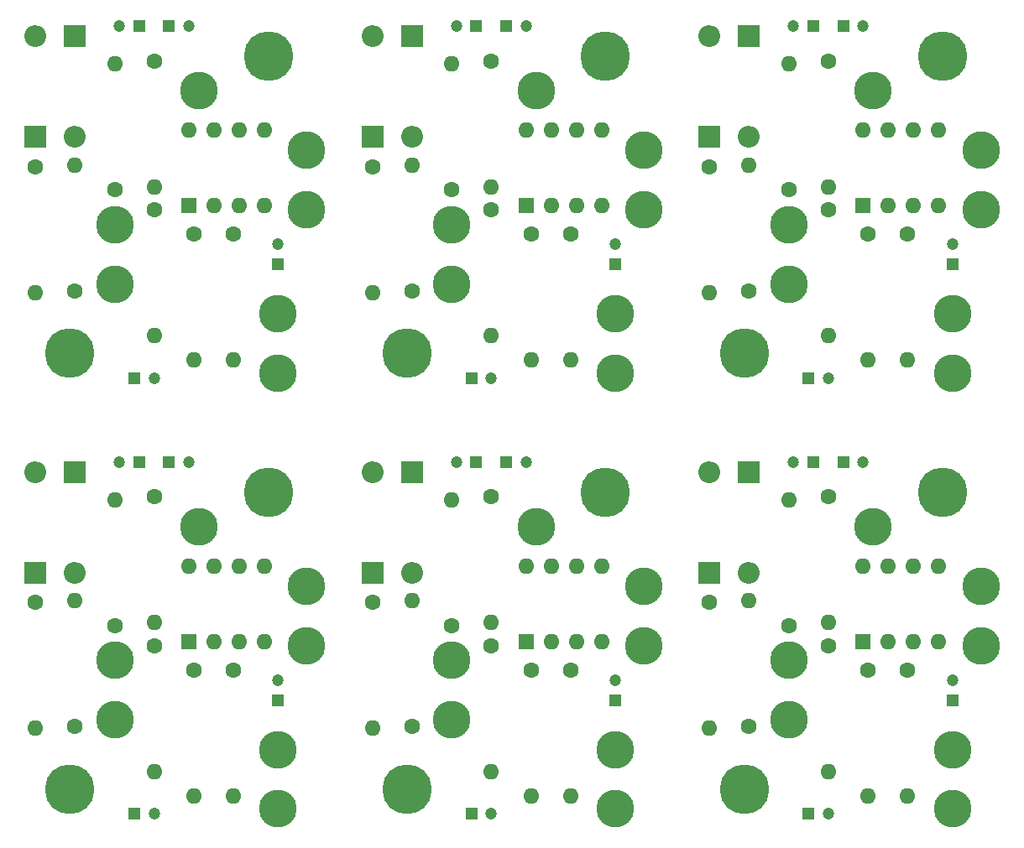
<source format=gbr>
%TF.GenerationSoftware,KiCad,Pcbnew,8.0.1*%
%TF.CreationDate,2024-05-08T16:13:40-04:00*%
%TF.ProjectId,whistle-synth,77686973-746c-4652-9d73-796e74682e6b,rev?*%
%TF.SameCoordinates,Original*%
%TF.FileFunction,Soldermask,Bot*%
%TF.FilePolarity,Negative*%
%FSLAX46Y46*%
G04 Gerber Fmt 4.6, Leading zero omitted, Abs format (unit mm)*
G04 Created by KiCad (PCBNEW 8.0.1) date 2024-05-08 16:13:40*
%MOMM*%
%LPD*%
G01*
G04 APERTURE LIST*
%ADD10C,3.800000*%
%ADD11C,2.600000*%
%ADD12C,1.200000*%
%ADD13R,1.200000X1.200000*%
%ADD14O,1.600000X1.600000*%
%ADD15C,1.600000*%
%ADD16O,2.200000X2.200000*%
%ADD17R,2.200000X2.200000*%
%ADD18C,5.000000*%
%ADD19R,1.600000X1.600000*%
G04 APERTURE END LIST*
D10*
%TO.C,H4*%
X228000000Y-68500000D03*
D11*
X228000000Y-68500000D03*
%TD*%
D12*
%TO.C,C2*%
X244500000Y-70500000D03*
D13*
X244500000Y-72500000D03*
%TD*%
D10*
%TO.C,H2*%
X244500000Y-77500000D03*
D11*
X244500000Y-77500000D03*
%TD*%
D14*
%TO.C,R3*%
X232000000Y-79700000D03*
D15*
X232000000Y-67000000D03*
%TD*%
D16*
%TO.C,D1*%
X224000000Y-59660000D03*
D17*
X224000000Y-49500000D03*
%TD*%
D12*
%TO.C,C3*%
X235500000Y-48500000D03*
D13*
X233500000Y-48500000D03*
%TD*%
D16*
%TO.C,D2*%
X220000000Y-49500000D03*
D17*
X220000000Y-59660000D03*
%TD*%
D18*
%TO.C,REF\u002A\u002A*%
X223500000Y-81500000D03*
%TD*%
%TO.C,REF\u002A\u002A*%
X243500000Y-51500000D03*
%TD*%
D14*
%TO.C,R1*%
X236000000Y-82200000D03*
D15*
X236000000Y-69500000D03*
%TD*%
D10*
%TO.C,H1*%
X244500000Y-83500000D03*
D11*
X244500000Y-83500000D03*
%TD*%
D12*
%TO.C,C4*%
X228472600Y-48500000D03*
D13*
X230472600Y-48500000D03*
%TD*%
D10*
%TO.C,H3*%
X247380000Y-67000000D03*
D11*
X247380000Y-67000000D03*
%TD*%
D10*
%TO.C,H5*%
X247380000Y-61000000D03*
D11*
X247380000Y-61000000D03*
%TD*%
D14*
%TO.C,R2*%
X240000000Y-82200000D03*
D15*
X240000000Y-69500000D03*
%TD*%
D10*
%TO.C,H7*%
X228000000Y-74500000D03*
D11*
X228000000Y-74500000D03*
%TD*%
D14*
%TO.C,U1*%
X235500000Y-59000000D03*
X238040000Y-59000000D03*
X240580000Y-59000000D03*
X243120000Y-59000000D03*
X243120000Y-66620000D03*
X240580000Y-66620000D03*
X238040000Y-66620000D03*
D19*
X235500000Y-66620000D03*
%TD*%
D10*
%TO.C,H6*%
X236500000Y-55000000D03*
D11*
X236500000Y-55000000D03*
%TD*%
D14*
%TO.C,R5*%
X224000000Y-62500000D03*
D15*
X224000000Y-75200000D03*
%TD*%
D14*
%TO.C,R4*%
X232000000Y-64700000D03*
D15*
X232000000Y-52000000D03*
%TD*%
D14*
%TO.C,R7*%
X228000000Y-52300000D03*
D15*
X228000000Y-65000000D03*
%TD*%
D12*
%TO.C,C1*%
X232000000Y-84000000D03*
D13*
X230000000Y-84000000D03*
%TD*%
D14*
%TO.C,R6*%
X220000000Y-75350000D03*
D15*
X220000000Y-62650000D03*
%TD*%
D11*
%TO.C,H4*%
X194000000Y-68500000D03*
D10*
X194000000Y-68500000D03*
%TD*%
D13*
%TO.C,C2*%
X210500000Y-72500000D03*
D12*
X210500000Y-70500000D03*
%TD*%
D11*
%TO.C,H2*%
X210500000Y-77500000D03*
D10*
X210500000Y-77500000D03*
%TD*%
D15*
%TO.C,R3*%
X198000000Y-67000000D03*
D14*
X198000000Y-79700000D03*
%TD*%
D17*
%TO.C,D1*%
X190000000Y-49500000D03*
D16*
X190000000Y-59660000D03*
%TD*%
D13*
%TO.C,C3*%
X199500000Y-48500000D03*
D12*
X201500000Y-48500000D03*
%TD*%
D17*
%TO.C,D2*%
X186000000Y-59660000D03*
D16*
X186000000Y-49500000D03*
%TD*%
D18*
%TO.C,REF\u002A\u002A*%
X189500000Y-81500000D03*
%TD*%
%TO.C,REF\u002A\u002A*%
X209500000Y-51500000D03*
%TD*%
D15*
%TO.C,R1*%
X202000000Y-69500000D03*
D14*
X202000000Y-82200000D03*
%TD*%
D11*
%TO.C,H1*%
X210500000Y-83500000D03*
D10*
X210500000Y-83500000D03*
%TD*%
D13*
%TO.C,C4*%
X196472600Y-48500000D03*
D12*
X194472600Y-48500000D03*
%TD*%
D11*
%TO.C,H3*%
X213380000Y-67000000D03*
D10*
X213380000Y-67000000D03*
%TD*%
D11*
%TO.C,H5*%
X213380000Y-61000000D03*
D10*
X213380000Y-61000000D03*
%TD*%
D15*
%TO.C,R2*%
X206000000Y-69500000D03*
D14*
X206000000Y-82200000D03*
%TD*%
D11*
%TO.C,H7*%
X194000000Y-74500000D03*
D10*
X194000000Y-74500000D03*
%TD*%
D19*
%TO.C,U1*%
X201500000Y-66620000D03*
D14*
X204040000Y-66620000D03*
X206580000Y-66620000D03*
X209120000Y-66620000D03*
X209120000Y-59000000D03*
X206580000Y-59000000D03*
X204040000Y-59000000D03*
X201500000Y-59000000D03*
%TD*%
D11*
%TO.C,H6*%
X202500000Y-55000000D03*
D10*
X202500000Y-55000000D03*
%TD*%
D15*
%TO.C,R5*%
X190000000Y-75200000D03*
D14*
X190000000Y-62500000D03*
%TD*%
D15*
%TO.C,R4*%
X198000000Y-52000000D03*
D14*
X198000000Y-64700000D03*
%TD*%
D15*
%TO.C,R7*%
X194000000Y-65000000D03*
D14*
X194000000Y-52300000D03*
%TD*%
D13*
%TO.C,C1*%
X196000000Y-84000000D03*
D12*
X198000000Y-84000000D03*
%TD*%
D15*
%TO.C,R6*%
X186000000Y-62650000D03*
D14*
X186000000Y-75350000D03*
%TD*%
D11*
%TO.C,H4*%
X160000000Y-68500000D03*
D10*
X160000000Y-68500000D03*
%TD*%
D13*
%TO.C,C2*%
X176500000Y-72500000D03*
D12*
X176500000Y-70500000D03*
%TD*%
D11*
%TO.C,H2*%
X176500000Y-77500000D03*
D10*
X176500000Y-77500000D03*
%TD*%
D15*
%TO.C,R3*%
X164000000Y-67000000D03*
D14*
X164000000Y-79700000D03*
%TD*%
D17*
%TO.C,D1*%
X156000000Y-49500000D03*
D16*
X156000000Y-59660000D03*
%TD*%
D13*
%TO.C,C3*%
X165500000Y-48500000D03*
D12*
X167500000Y-48500000D03*
%TD*%
D17*
%TO.C,D2*%
X152000000Y-59660000D03*
D16*
X152000000Y-49500000D03*
%TD*%
D18*
%TO.C,REF\u002A\u002A*%
X155500000Y-81500000D03*
%TD*%
%TO.C,REF\u002A\u002A*%
X175500000Y-51500000D03*
%TD*%
D15*
%TO.C,R1*%
X168000000Y-69500000D03*
D14*
X168000000Y-82200000D03*
%TD*%
D11*
%TO.C,H1*%
X176500000Y-83500000D03*
D10*
X176500000Y-83500000D03*
%TD*%
D13*
%TO.C,C4*%
X162472600Y-48500000D03*
D12*
X160472600Y-48500000D03*
%TD*%
D11*
%TO.C,H3*%
X179380000Y-67000000D03*
D10*
X179380000Y-67000000D03*
%TD*%
D11*
%TO.C,H5*%
X179380000Y-61000000D03*
D10*
X179380000Y-61000000D03*
%TD*%
D15*
%TO.C,R2*%
X172000000Y-69500000D03*
D14*
X172000000Y-82200000D03*
%TD*%
D11*
%TO.C,H7*%
X160000000Y-74500000D03*
D10*
X160000000Y-74500000D03*
%TD*%
D19*
%TO.C,U1*%
X167500000Y-66620000D03*
D14*
X170040000Y-66620000D03*
X172580000Y-66620000D03*
X175120000Y-66620000D03*
X175120000Y-59000000D03*
X172580000Y-59000000D03*
X170040000Y-59000000D03*
X167500000Y-59000000D03*
%TD*%
D11*
%TO.C,H6*%
X168500000Y-55000000D03*
D10*
X168500000Y-55000000D03*
%TD*%
D15*
%TO.C,R5*%
X156000000Y-75200000D03*
D14*
X156000000Y-62500000D03*
%TD*%
D15*
%TO.C,R4*%
X164000000Y-52000000D03*
D14*
X164000000Y-64700000D03*
%TD*%
D15*
%TO.C,R7*%
X160000000Y-65000000D03*
D14*
X160000000Y-52300000D03*
%TD*%
D13*
%TO.C,C1*%
X162000000Y-84000000D03*
D12*
X164000000Y-84000000D03*
%TD*%
D15*
%TO.C,R6*%
X152000000Y-62650000D03*
D14*
X152000000Y-75350000D03*
%TD*%
D11*
%TO.C,H4*%
X228000000Y-112500000D03*
D10*
X228000000Y-112500000D03*
%TD*%
D13*
%TO.C,C2*%
X244500000Y-116500000D03*
D12*
X244500000Y-114500000D03*
%TD*%
D11*
%TO.C,H2*%
X244500000Y-121500000D03*
D10*
X244500000Y-121500000D03*
%TD*%
D15*
%TO.C,R3*%
X232000000Y-111000000D03*
D14*
X232000000Y-123700000D03*
%TD*%
D17*
%TO.C,D1*%
X224000000Y-93500000D03*
D16*
X224000000Y-103660000D03*
%TD*%
D13*
%TO.C,C3*%
X233500000Y-92500000D03*
D12*
X235500000Y-92500000D03*
%TD*%
D17*
%TO.C,D2*%
X220000000Y-103660000D03*
D16*
X220000000Y-93500000D03*
%TD*%
D18*
%TO.C,REF\u002A\u002A*%
X223500000Y-125500000D03*
%TD*%
%TO.C,REF\u002A\u002A*%
X243500000Y-95500000D03*
%TD*%
D15*
%TO.C,R1*%
X236000000Y-113500000D03*
D14*
X236000000Y-126200000D03*
%TD*%
D11*
%TO.C,H1*%
X244500000Y-127500000D03*
D10*
X244500000Y-127500000D03*
%TD*%
D13*
%TO.C,C4*%
X230472600Y-92500000D03*
D12*
X228472600Y-92500000D03*
%TD*%
D11*
%TO.C,H3*%
X247380000Y-111000000D03*
D10*
X247380000Y-111000000D03*
%TD*%
D11*
%TO.C,H5*%
X247380000Y-105000000D03*
D10*
X247380000Y-105000000D03*
%TD*%
D15*
%TO.C,R2*%
X240000000Y-113500000D03*
D14*
X240000000Y-126200000D03*
%TD*%
D11*
%TO.C,H7*%
X228000000Y-118500000D03*
D10*
X228000000Y-118500000D03*
%TD*%
D19*
%TO.C,U1*%
X235500000Y-110620000D03*
D14*
X238040000Y-110620000D03*
X240580000Y-110620000D03*
X243120000Y-110620000D03*
X243120000Y-103000000D03*
X240580000Y-103000000D03*
X238040000Y-103000000D03*
X235500000Y-103000000D03*
%TD*%
D11*
%TO.C,H6*%
X236500000Y-99000000D03*
D10*
X236500000Y-99000000D03*
%TD*%
D15*
%TO.C,R5*%
X224000000Y-119200000D03*
D14*
X224000000Y-106500000D03*
%TD*%
D15*
%TO.C,R4*%
X232000000Y-96000000D03*
D14*
X232000000Y-108700000D03*
%TD*%
D15*
%TO.C,R7*%
X228000000Y-109000000D03*
D14*
X228000000Y-96300000D03*
%TD*%
D13*
%TO.C,C1*%
X230000000Y-128000000D03*
D12*
X232000000Y-128000000D03*
%TD*%
D15*
%TO.C,R6*%
X220000000Y-106650000D03*
D14*
X220000000Y-119350000D03*
%TD*%
D11*
%TO.C,H4*%
X194000000Y-112500000D03*
D10*
X194000000Y-112500000D03*
%TD*%
D13*
%TO.C,C2*%
X210500000Y-116500000D03*
D12*
X210500000Y-114500000D03*
%TD*%
D11*
%TO.C,H2*%
X210500000Y-121500000D03*
D10*
X210500000Y-121500000D03*
%TD*%
D15*
%TO.C,R3*%
X198000000Y-111000000D03*
D14*
X198000000Y-123700000D03*
%TD*%
D17*
%TO.C,D1*%
X190000000Y-93500000D03*
D16*
X190000000Y-103660000D03*
%TD*%
D13*
%TO.C,C3*%
X199500000Y-92500000D03*
D12*
X201500000Y-92500000D03*
%TD*%
D17*
%TO.C,D2*%
X186000000Y-103660000D03*
D16*
X186000000Y-93500000D03*
%TD*%
D18*
%TO.C,REF\u002A\u002A*%
X189500000Y-125500000D03*
%TD*%
%TO.C,REF\u002A\u002A*%
X209500000Y-95500000D03*
%TD*%
D15*
%TO.C,R1*%
X202000000Y-113500000D03*
D14*
X202000000Y-126200000D03*
%TD*%
D11*
%TO.C,H1*%
X210500000Y-127500000D03*
D10*
X210500000Y-127500000D03*
%TD*%
D13*
%TO.C,C4*%
X196472600Y-92500000D03*
D12*
X194472600Y-92500000D03*
%TD*%
D11*
%TO.C,H3*%
X213380000Y-111000000D03*
D10*
X213380000Y-111000000D03*
%TD*%
D11*
%TO.C,H5*%
X213380000Y-105000000D03*
D10*
X213380000Y-105000000D03*
%TD*%
D15*
%TO.C,R2*%
X206000000Y-113500000D03*
D14*
X206000000Y-126200000D03*
%TD*%
D11*
%TO.C,H7*%
X194000000Y-118500000D03*
D10*
X194000000Y-118500000D03*
%TD*%
D19*
%TO.C,U1*%
X201500000Y-110620000D03*
D14*
X204040000Y-110620000D03*
X206580000Y-110620000D03*
X209120000Y-110620000D03*
X209120000Y-103000000D03*
X206580000Y-103000000D03*
X204040000Y-103000000D03*
X201500000Y-103000000D03*
%TD*%
D11*
%TO.C,H6*%
X202500000Y-99000000D03*
D10*
X202500000Y-99000000D03*
%TD*%
D15*
%TO.C,R5*%
X190000000Y-119200000D03*
D14*
X190000000Y-106500000D03*
%TD*%
D15*
%TO.C,R4*%
X198000000Y-96000000D03*
D14*
X198000000Y-108700000D03*
%TD*%
D15*
%TO.C,R7*%
X194000000Y-109000000D03*
D14*
X194000000Y-96300000D03*
%TD*%
D13*
%TO.C,C1*%
X196000000Y-128000000D03*
D12*
X198000000Y-128000000D03*
%TD*%
D15*
%TO.C,R6*%
X186000000Y-106650000D03*
D14*
X186000000Y-119350000D03*
%TD*%
D18*
%TO.C,REF\u002A\u002A*%
X155500000Y-125500000D03*
%TD*%
%TO.C,REF\u002A\u002A*%
X175500000Y-95500000D03*
%TD*%
D19*
%TO.C,U1*%
X167500000Y-110620000D03*
D14*
X170040000Y-110620000D03*
X172580000Y-110620000D03*
X175120000Y-110620000D03*
X175120000Y-103000000D03*
X172580000Y-103000000D03*
X170040000Y-103000000D03*
X167500000Y-103000000D03*
%TD*%
D15*
%TO.C,R7*%
X160000000Y-109000000D03*
D14*
X160000000Y-96300000D03*
%TD*%
D15*
%TO.C,R6*%
X152000000Y-106650000D03*
D14*
X152000000Y-119350000D03*
%TD*%
%TO.C,R5*%
X156000000Y-106500000D03*
D15*
X156000000Y-119200000D03*
%TD*%
%TO.C,R4*%
X164000000Y-96000000D03*
D14*
X164000000Y-108700000D03*
%TD*%
D15*
%TO.C,R3*%
X164000000Y-111000000D03*
D14*
X164000000Y-123700000D03*
%TD*%
%TO.C,R2*%
X172000000Y-126200000D03*
D15*
X172000000Y-113500000D03*
%TD*%
D14*
%TO.C,R1*%
X168000000Y-126200000D03*
D15*
X168000000Y-113500000D03*
%TD*%
D11*
%TO.C,H7*%
X160000000Y-118500000D03*
D10*
X160000000Y-118500000D03*
%TD*%
D11*
%TO.C,H6*%
X168500000Y-99000000D03*
D10*
X168500000Y-99000000D03*
%TD*%
D11*
%TO.C,H5*%
X179380000Y-105000000D03*
D10*
X179380000Y-105000000D03*
%TD*%
D11*
%TO.C,H4*%
X160000000Y-112500000D03*
D10*
X160000000Y-112500000D03*
%TD*%
D11*
%TO.C,H3*%
X179380000Y-111000000D03*
D10*
X179380000Y-111000000D03*
%TD*%
D11*
%TO.C,H2*%
X176500000Y-121500000D03*
D10*
X176500000Y-121500000D03*
%TD*%
D11*
%TO.C,H1*%
X176500000Y-127500000D03*
D10*
X176500000Y-127500000D03*
%TD*%
D17*
%TO.C,D2*%
X152000000Y-103660000D03*
D16*
X152000000Y-93500000D03*
%TD*%
D17*
%TO.C,D1*%
X156000000Y-93500000D03*
D16*
X156000000Y-103660000D03*
%TD*%
D13*
%TO.C,C4*%
X162472600Y-92500000D03*
D12*
X160472600Y-92500000D03*
%TD*%
D13*
%TO.C,C3*%
X165500000Y-92500000D03*
D12*
X167500000Y-92500000D03*
%TD*%
D13*
%TO.C,C2*%
X176500000Y-116500000D03*
D12*
X176500000Y-114500000D03*
%TD*%
%TO.C,C1*%
X164000000Y-128000000D03*
D13*
X162000000Y-128000000D03*
%TD*%
M02*

</source>
